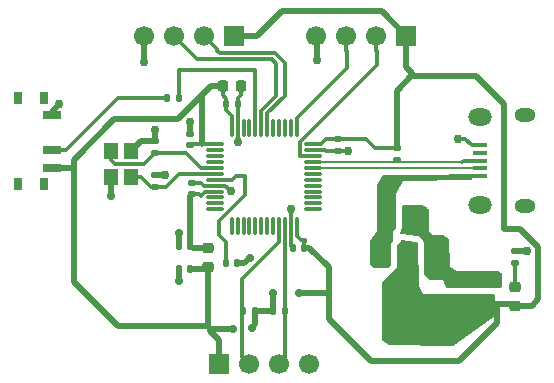
<source format=gbr>
%TF.GenerationSoftware,KiCad,Pcbnew,9.0.1*%
%TF.CreationDate,2025-04-26T12:53:08+02:00*%
%TF.ProjectId,stm32_board,73746d33-325f-4626-9f61-72642e6b6963,rev?*%
%TF.SameCoordinates,Original*%
%TF.FileFunction,Copper,L1,Top*%
%TF.FilePolarity,Positive*%
%FSLAX46Y46*%
G04 Gerber Fmt 4.6, Leading zero omitted, Abs format (unit mm)*
G04 Created by KiCad (PCBNEW 9.0.1) date 2025-04-26 12:53:08*
%MOMM*%
%LPD*%
G01*
G04 APERTURE LIST*
G04 Aperture macros list*
%AMRoundRect*
0 Rectangle with rounded corners*
0 $1 Rounding radius*
0 $2 $3 $4 $5 $6 $7 $8 $9 X,Y pos of 4 corners*
0 Add a 4 corners polygon primitive as box body*
4,1,4,$2,$3,$4,$5,$6,$7,$8,$9,$2,$3,0*
0 Add four circle primitives for the rounded corners*
1,1,$1+$1,$2,$3*
1,1,$1+$1,$4,$5*
1,1,$1+$1,$6,$7*
1,1,$1+$1,$8,$9*
0 Add four rect primitives between the rounded corners*
20,1,$1+$1,$2,$3,$4,$5,0*
20,1,$1+$1,$4,$5,$6,$7,0*
20,1,$1+$1,$6,$7,$8,$9,0*
20,1,$1+$1,$8,$9,$2,$3,0*%
G04 Aperture macros list end*
%TA.AperFunction,SMDPad,CuDef*%
%ADD10RoundRect,0.140000X-0.170000X0.140000X-0.170000X-0.140000X0.170000X-0.140000X0.170000X0.140000X0*%
%TD*%
%TA.AperFunction,SMDPad,CuDef*%
%ADD11R,1.300000X0.450000*%
%TD*%
%TA.AperFunction,HeatsinkPad*%
%ADD12O,1.800000X1.150000*%
%TD*%
%TA.AperFunction,HeatsinkPad*%
%ADD13O,2.000000X1.450000*%
%TD*%
%TA.AperFunction,SMDPad,CuDef*%
%ADD14RoundRect,0.140000X0.170000X-0.140000X0.170000X0.140000X-0.170000X0.140000X-0.170000X-0.140000X0*%
%TD*%
%TA.AperFunction,SMDPad,CuDef*%
%ADD15RoundRect,0.218750X-0.256250X0.218750X-0.256250X-0.218750X0.256250X-0.218750X0.256250X0.218750X0*%
%TD*%
%TA.AperFunction,SMDPad,CuDef*%
%ADD16RoundRect,0.135000X-0.185000X0.135000X-0.185000X-0.135000X0.185000X-0.135000X0.185000X0.135000X0*%
%TD*%
%TA.AperFunction,SMDPad,CuDef*%
%ADD17RoundRect,0.140000X0.140000X0.170000X-0.140000X0.170000X-0.140000X-0.170000X0.140000X-0.170000X0*%
%TD*%
%TA.AperFunction,SMDPad,CuDef*%
%ADD18RoundRect,0.075000X-0.662500X-0.075000X0.662500X-0.075000X0.662500X0.075000X-0.662500X0.075000X0*%
%TD*%
%TA.AperFunction,SMDPad,CuDef*%
%ADD19RoundRect,0.075000X-0.075000X-0.662500X0.075000X-0.662500X0.075000X0.662500X-0.075000X0.662500X0*%
%TD*%
%TA.AperFunction,SMDPad,CuDef*%
%ADD20RoundRect,0.135000X-0.135000X-0.185000X0.135000X-0.185000X0.135000X0.185000X-0.135000X0.185000X0*%
%TD*%
%TA.AperFunction,SMDPad,CuDef*%
%ADD21RoundRect,0.135000X0.185000X-0.135000X0.185000X0.135000X-0.185000X0.135000X-0.185000X-0.135000X0*%
%TD*%
%TA.AperFunction,ComponentPad*%
%ADD22R,1.700000X1.700000*%
%TD*%
%TA.AperFunction,ComponentPad*%
%ADD23C,1.700000*%
%TD*%
%TA.AperFunction,SMDPad,CuDef*%
%ADD24RoundRect,0.225000X-0.225000X-0.250000X0.225000X-0.250000X0.225000X0.250000X-0.225000X0.250000X0*%
%TD*%
%TA.AperFunction,SMDPad,CuDef*%
%ADD25RoundRect,0.250000X-0.250000X-0.475000X0.250000X-0.475000X0.250000X0.475000X-0.250000X0.475000X0*%
%TD*%
%TA.AperFunction,SMDPad,CuDef*%
%ADD26RoundRect,0.140000X-0.140000X-0.170000X0.140000X-0.170000X0.140000X0.170000X-0.140000X0.170000X0*%
%TD*%
%TA.AperFunction,SMDPad,CuDef*%
%ADD27RoundRect,0.375000X-0.375000X0.625000X-0.375000X-0.625000X0.375000X-0.625000X0.375000X0.625000X0*%
%TD*%
%TA.AperFunction,SMDPad,CuDef*%
%ADD28RoundRect,0.500000X-1.400000X0.500000X-1.400000X-0.500000X1.400000X-0.500000X1.400000X0.500000X0*%
%TD*%
%TA.AperFunction,SMDPad,CuDef*%
%ADD29R,0.800000X1.000000*%
%TD*%
%TA.AperFunction,SMDPad,CuDef*%
%ADD30R,1.500000X0.700000*%
%TD*%
%TA.AperFunction,SMDPad,CuDef*%
%ADD31R,1.200000X1.400000*%
%TD*%
%TA.AperFunction,SMDPad,CuDef*%
%ADD32RoundRect,0.135000X0.135000X0.185000X-0.135000X0.185000X-0.135000X-0.185000X0.135000X-0.185000X0*%
%TD*%
%TA.AperFunction,SMDPad,CuDef*%
%ADD33RoundRect,0.250000X0.475000X-0.250000X0.475000X0.250000X-0.475000X0.250000X-0.475000X-0.250000X0*%
%TD*%
%TA.AperFunction,ViaPad*%
%ADD34C,0.750000*%
%TD*%
%TA.AperFunction,ViaPad*%
%ADD35C,0.710000*%
%TD*%
%TA.AperFunction,ViaPad*%
%ADD36C,0.720000*%
%TD*%
%TA.AperFunction,ViaPad*%
%ADD37C,0.730000*%
%TD*%
%TA.AperFunction,Conductor*%
%ADD38C,0.300000*%
%TD*%
%TA.AperFunction,Conductor*%
%ADD39C,0.500000*%
%TD*%
%TA.AperFunction,Conductor*%
%ADD40C,0.200000*%
%TD*%
G04 APERTURE END LIST*
D10*
%TO.P,C2,1*%
%TO.N,+3.3V*%
X125000000Y-59000000D03*
%TO.P,C2,2*%
%TO.N,GND*%
X125000000Y-59960000D03*
%TD*%
D11*
%TO.P,USB,1,VBUS*%
%TO.N,VBUS*%
X137000000Y-62100000D03*
%TO.P,USB,2,D-*%
%TO.N,/USB_D-*%
X137000000Y-61450000D03*
%TO.P,USB,3,D+*%
%TO.N,/USB_D+*%
X137000000Y-60800000D03*
%TO.P,USB,4,ID*%
%TO.N,unconnected-(J1-ID-Pad4)*%
X137000000Y-60150000D03*
%TO.P,USB,5,GND*%
%TO.N,GND*%
X137000000Y-59500000D03*
D12*
%TO.P,USB,6,Shield*%
%TO.N,unconnected-(J1-Shield-Pad6)_2*%
X140850000Y-64675000D03*
D13*
%TO.N,unconnected-(J1-Shield-Pad6)_1*%
X137050000Y-64525000D03*
%TO.N,unconnected-(J1-Shield-Pad6)_3*%
X137050000Y-57075000D03*
D12*
%TO.N,unconnected-(J1-Shield-Pad6)*%
X140850000Y-56925000D03*
%TD*%
D14*
%TO.P,C5,1*%
%TO.N,+3.3VA*%
X112650000Y-63635000D03*
%TO.P,C5,2*%
%TO.N,GND*%
X112650000Y-62675000D03*
%TD*%
D15*
%TO.P,FB1,1*%
%TO.N,+3.3VA*%
X114000000Y-68212500D03*
%TO.P,FB1,2*%
%TO.N,+3.3V*%
X114000000Y-69787500D03*
%TD*%
D16*
%TO.P,R2,1*%
%TO.N,+3.3V*%
X129980000Y-59750000D03*
%TO.P,R2,2*%
%TO.N,/USB_D+*%
X129980000Y-60770000D03*
%TD*%
D17*
%TO.P,C3,1*%
%TO.N,+3.3V*%
X122140000Y-68170000D03*
%TO.P,C3,2*%
%TO.N,GND*%
X121180000Y-68170000D03*
%TD*%
D18*
%TO.P,U1,1,VBAT*%
%TO.N,+3.3V*%
X114587500Y-59412500D03*
%TO.P,U1,2,PC13*%
%TO.N,unconnected-(U1-PC13-Pad2)*%
X114587500Y-59912500D03*
%TO.P,U1,3,PC14*%
%TO.N,unconnected-(U1-PC14-Pad3)*%
X114587500Y-60412500D03*
%TO.P,U1,4,PC15*%
%TO.N,unconnected-(U1-PC15-Pad4)*%
X114587500Y-60912500D03*
%TO.P,U1,5,PD0*%
%TO.N,/HSE_IN*%
X114587500Y-61412500D03*
%TO.P,U1,6,PD1*%
%TO.N,/HSE_OUT*%
X114587500Y-61912500D03*
%TO.P,U1,7,NRST*%
%TO.N,/NRST*%
X114587500Y-62412500D03*
%TO.P,U1,8,VSSA*%
%TO.N,GND*%
X114587500Y-62912500D03*
%TO.P,U1,9,VDDA*%
%TO.N,+3.3VA*%
X114587500Y-63412500D03*
%TO.P,U1,10,PA0*%
%TO.N,unconnected-(U1-PA0-Pad10)*%
X114587500Y-63912500D03*
%TO.P,U1,11,PA1*%
%TO.N,unconnected-(U1-PA1-Pad11)*%
X114587500Y-64412500D03*
%TO.P,U1,12,PA2*%
%TO.N,unconnected-(U1-PA2-Pad12)*%
X114587500Y-64912500D03*
D19*
%TO.P,U1,13,PA3*%
%TO.N,unconnected-(U1-PA3-Pad13)*%
X116000000Y-66325000D03*
%TO.P,U1,14,PA4*%
%TO.N,unconnected-(U1-PA4-Pad14)*%
X116500000Y-66325000D03*
%TO.P,U1,15,PA5*%
%TO.N,unconnected-(U1-PA5-Pad15)*%
X117000000Y-66325000D03*
%TO.P,U1,16,PA6*%
%TO.N,unconnected-(U1-PA6-Pad16)*%
X117500000Y-66325000D03*
%TO.P,U1,17,PA7*%
%TO.N,unconnected-(U1-PA7-Pad17)*%
X118000000Y-66325000D03*
%TO.P,U1,18,PB0*%
%TO.N,unconnected-(U1-PB0-Pad18)*%
X118500000Y-66325000D03*
%TO.P,U1,19,PB1*%
%TO.N,unconnected-(U1-PB1-Pad19)*%
X119000000Y-66325000D03*
%TO.P,U1,20,PB2*%
%TO.N,unconnected-(U1-PB2-Pad20)*%
X119500000Y-66325000D03*
%TO.P,U1,21,PB10*%
%TO.N,/I2C2_SCL*%
X120000000Y-66325000D03*
%TO.P,U1,22,PB11*%
%TO.N,/I2C2_SDA*%
X120500000Y-66325000D03*
%TO.P,U1,23,VSS*%
%TO.N,GND*%
X121000000Y-66325000D03*
%TO.P,U1,24,VDD*%
%TO.N,+3.3V*%
X121500000Y-66325000D03*
D18*
%TO.P,U1,25,PB12*%
%TO.N,unconnected-(U1-PB12-Pad25)*%
X122912500Y-64912500D03*
%TO.P,U1,26,PB13*%
%TO.N,unconnected-(U1-PB13-Pad26)*%
X122912500Y-64412500D03*
%TO.P,U1,27,PB14*%
%TO.N,unconnected-(U1-PB14-Pad27)*%
X122912500Y-63912500D03*
%TO.P,U1,28,PB15*%
%TO.N,unconnected-(U1-PB15-Pad28)*%
X122912500Y-63412500D03*
%TO.P,U1,29,PA8*%
%TO.N,unconnected-(U1-PA8-Pad29)*%
X122912500Y-62912500D03*
%TO.P,U1,30,PA9*%
%TO.N,unconnected-(U1-PA9-Pad30)*%
X122912500Y-62412500D03*
%TO.P,U1,31,PA10*%
%TO.N,unconnected-(U1-PA10-Pad31)*%
X122912500Y-61912500D03*
%TO.P,U1,32,PA11*%
%TO.N,/USB_D-*%
X122912500Y-61412500D03*
%TO.P,U1,33,PA12*%
%TO.N,/USB_D+*%
X122912500Y-60912500D03*
%TO.P,U1,34,PA13*%
%TO.N,/SWDIO*%
X122912500Y-60412500D03*
%TO.P,U1,35,VSS*%
%TO.N,GND*%
X122912500Y-59912500D03*
%TO.P,U1,36,VDD*%
%TO.N,+3.3V*%
X122912500Y-59412500D03*
D19*
%TO.P,U1,37,PA14*%
%TO.N,/SWCLK*%
X121500000Y-58000000D03*
%TO.P,U1,38,PA15*%
%TO.N,unconnected-(U1-PA15-Pad38)*%
X121000000Y-58000000D03*
%TO.P,U1,39,PB3*%
%TO.N,unconnected-(U1-PB3-Pad39)*%
X120500000Y-58000000D03*
%TO.P,U1,40,PB4*%
%TO.N,unconnected-(U1-PB4-Pad40)*%
X120000000Y-58000000D03*
%TO.P,U1,41,PB5*%
%TO.N,unconnected-(U1-PB5-Pad41)*%
X119500000Y-58000000D03*
%TO.P,U1,42,PB6*%
%TO.N,/USART1_TX*%
X119000000Y-58000000D03*
%TO.P,U1,43,PB7*%
%TO.N,/USART1_RX*%
X118500000Y-58000000D03*
%TO.P,U1,44,BOOT0*%
%TO.N,/BOOT0*%
X118000000Y-58000000D03*
%TO.P,U1,45,PB8*%
%TO.N,unconnected-(U1-PB8-Pad45)*%
X117500000Y-58000000D03*
%TO.P,U1,46,PB9*%
%TO.N,unconnected-(U1-PB9-Pad46)*%
X117000000Y-58000000D03*
%TO.P,U1,47,VSS*%
%TO.N,GND*%
X116500000Y-58000000D03*
%TO.P,U1,48,VDD*%
%TO.N,+3.3V*%
X116000000Y-58000000D03*
%TD*%
D20*
%TO.P,R5,1*%
%TO.N,+3.3V*%
X119480000Y-73500000D03*
%TO.P,R5,2*%
%TO.N,/I2C2_SDA*%
X120500000Y-73500000D03*
%TD*%
%TO.P,R1,1*%
%TO.N,/SW_BOOT0*%
X110500000Y-55500000D03*
%TO.P,R1,2*%
%TO.N,/BOOT0*%
X111520000Y-55500000D03*
%TD*%
D21*
%TO.P,R3,1*%
%TO.N,/PWR_LED_K*%
X140000000Y-69500000D03*
%TO.P,R3,2*%
%TO.N,GND*%
X140000000Y-68480000D03*
%TD*%
D22*
%TO.P,UART,1,Pin_1*%
%TO.N,+3.3V*%
X116190000Y-50240000D03*
D23*
%TO.P,UART,2,Pin_2*%
%TO.N,/USART1_TX*%
X113650000Y-50240000D03*
%TO.P,UART,3,Pin_3*%
%TO.N,/USART1_RX*%
X111110000Y-50240000D03*
%TO.P,UART,4,Pin_4*%
%TO.N,GND*%
X108570000Y-50240000D03*
%TD*%
D24*
%TO.P,C4,1*%
%TO.N,+3.3V*%
X115225000Y-54500000D03*
%TO.P,C4,2*%
%TO.N,GND*%
X116775000Y-54500000D03*
%TD*%
D17*
%TO.P,C7,1*%
%TO.N,+3.3V*%
X112500000Y-70000000D03*
%TO.P,C7,2*%
%TO.N,GND*%
X111540000Y-70000000D03*
%TD*%
%TO.P,C6,1*%
%TO.N,+3.3VA*%
X112480000Y-68000000D03*
%TO.P,C6,2*%
%TO.N,GND*%
X111520000Y-68000000D03*
%TD*%
D25*
%TO.P,C11,1*%
%TO.N,VBUS*%
X129050000Y-65700000D03*
%TO.P,C11,2*%
%TO.N,GND*%
X130950000Y-65700000D03*
%TD*%
D26*
%TO.P,C1,1*%
%TO.N,+3.3V*%
X115540000Y-56000000D03*
%TO.P,C1,2*%
%TO.N,GND*%
X116500000Y-56000000D03*
%TD*%
D14*
%TO.P,C13,1*%
%TO.N,+3.3V*%
X112500000Y-59460000D03*
%TO.P,C13,2*%
%TO.N,GND*%
X112500000Y-58500000D03*
%TD*%
D15*
%TO.P,D1,1,K*%
%TO.N,/PWR_LED_K*%
X140000000Y-71500000D03*
%TO.P,D1,2,A*%
%TO.N,+3.3V*%
X140000000Y-73075000D03*
%TD*%
D27*
%TO.P,U2,1,GND*%
%TO.N,GND*%
X133300000Y-68700000D03*
%TO.P,U2,2,VO*%
%TO.N,+3.3V*%
X131000000Y-68700000D03*
D28*
X131000000Y-75000000D03*
D27*
%TO.P,U2,3,VI*%
%TO.N,VBUS*%
X128700000Y-68700000D03*
%TD*%
D22*
%TO.P,I2C,1,Pin_1*%
%TO.N,+3.3V*%
X114920000Y-78000000D03*
D23*
%TO.P,I2C,2,Pin_2*%
%TO.N,/I2C2_SCL*%
X117460000Y-78000000D03*
%TO.P,I2C,3,Pin_3*%
%TO.N,/I2C2_SDA*%
X120000000Y-78000000D03*
%TO.P,I2C,4,Pin_4*%
%TO.N,GND*%
X122540000Y-78000000D03*
%TD*%
D29*
%TO.P,BOOT,*%
%TO.N,*%
X100110000Y-55500000D03*
X97900000Y-55500000D03*
X100110000Y-62800000D03*
X97900000Y-62800000D03*
D30*
%TO.P,BOOT,1,A*%
%TO.N,GND*%
X100760000Y-56900000D03*
%TO.P,BOOT,2,B*%
%TO.N,/SW_BOOT0*%
X100760000Y-59900000D03*
%TO.P,BOOT,3,C*%
%TO.N,+3.3V*%
X100760000Y-61400000D03*
%TD*%
D31*
%TO.P,Y1,1,1*%
%TO.N,/HSE_IN*%
X105780000Y-60020000D03*
%TO.P,Y1,2,2*%
%TO.N,GND*%
X105780000Y-62220000D03*
%TO.P,Y1,3,3*%
%TO.N,/HSE_OUT*%
X107480000Y-62220000D03*
%TO.P,Y1,4,4*%
%TO.N,GND*%
X107480000Y-60020000D03*
%TD*%
D32*
%TO.P,R4,1*%
%TO.N,+3.3V*%
X118010000Y-73500000D03*
%TO.P,R4,2*%
%TO.N,/I2C2_SCL*%
X116990000Y-73500000D03*
%TD*%
D22*
%TO.P,SWD,1,Pin_1*%
%TO.N,+3.3V*%
X130790000Y-50250000D03*
D23*
%TO.P,SWD,2,Pin_2*%
%TO.N,/SWDIO*%
X128250000Y-50250000D03*
%TO.P,SWD,3,Pin_3*%
%TO.N,/SWCLK*%
X125710000Y-50250000D03*
%TO.P,SWD,4,Pin_4*%
%TO.N,GND*%
X123170000Y-50250000D03*
%TD*%
D33*
%TO.P,C12,1*%
%TO.N,+3.3V*%
X137000000Y-72900000D03*
%TO.P,C12,2*%
%TO.N,GND*%
X137000000Y-71000000D03*
%TD*%
D14*
%TO.P,C9,1*%
%TO.N,/HSE_IN*%
X109480000Y-60110000D03*
%TO.P,C9,2*%
%TO.N,GND*%
X109480000Y-59150000D03*
%TD*%
%TO.P,C10,1*%
%TO.N,/HSE_OUT*%
X109500000Y-63000000D03*
%TO.P,C10,2*%
%TO.N,GND*%
X109500000Y-62040000D03*
%TD*%
D26*
%TO.P,C8,1*%
%TO.N,/NRST*%
X115500000Y-69500000D03*
%TO.P,C8,2*%
%TO.N,GND*%
X116460000Y-69500000D03*
%TD*%
D34*
%TO.N,GND*%
X101360000Y-56040000D03*
D35*
X117540000Y-69010000D03*
D34*
X133760000Y-70430000D03*
X110330000Y-62030000D03*
X141000000Y-68480000D03*
X132240000Y-65020000D03*
X121010000Y-64930000D03*
X109480000Y-58220000D03*
X116500000Y-59250000D03*
X115920000Y-63360000D03*
D36*
X111530000Y-66940000D03*
D34*
X132200000Y-66380000D03*
X125830000Y-59970000D03*
X108580000Y-52430000D03*
X112490000Y-57550000D03*
X132880000Y-70430000D03*
D35*
X105740000Y-63790000D03*
D34*
X135170000Y-58960000D03*
D36*
X111560000Y-70980000D03*
D34*
X123180000Y-52310000D03*
X138410000Y-71050000D03*
D37*
%TO.N,+3.3V*%
X116100000Y-75010000D03*
D35*
X121660000Y-72010000D03*
D37*
X117690000Y-74980000D03*
D35*
X119480000Y-72020000D03*
%TD*%
D38*
%TO.N,GND*%
X116775000Y-55225000D02*
X116775000Y-54500000D01*
D39*
X112500000Y-57560000D02*
X112490000Y-57550000D01*
D38*
X137000000Y-59500000D02*
X136320000Y-59500000D01*
X124000000Y-60000000D02*
X124040000Y-59960000D01*
X121000000Y-66325000D02*
X121000000Y-67990000D01*
D39*
X111540000Y-70000000D02*
X111540000Y-70960000D01*
D38*
X114587500Y-62912500D02*
X113612500Y-62912500D01*
D39*
X108580000Y-50250000D02*
X108570000Y-50240000D01*
D38*
X115472500Y-62912500D02*
X115920000Y-63360000D01*
D39*
X100760000Y-56900000D02*
X100760000Y-56640000D01*
X110320000Y-62040000D02*
X110330000Y-62030000D01*
X116460000Y-69500000D02*
X117050000Y-69500000D01*
D38*
X116500000Y-55500000D02*
X116775000Y-55225000D01*
D39*
X111520000Y-66950000D02*
X111530000Y-66940000D01*
D38*
X124040000Y-59960000D02*
X125000000Y-59960000D01*
D39*
X117050000Y-69500000D02*
X117540000Y-69010000D01*
D38*
X136320000Y-59500000D02*
X135780000Y-58960000D01*
D39*
X100760000Y-56640000D02*
X101360000Y-56040000D01*
D38*
X113612500Y-62912500D02*
X113375000Y-62675000D01*
X113375000Y-62675000D02*
X112650000Y-62675000D01*
D39*
X109480000Y-59150000D02*
X109480000Y-58220000D01*
D38*
X122912500Y-59912500D02*
X123912500Y-59912500D01*
X121000000Y-64940000D02*
X121010000Y-64930000D01*
X121000000Y-67990000D02*
X121180000Y-68170000D01*
X114587500Y-62912500D02*
X115472500Y-62912500D01*
D39*
X111540000Y-70960000D02*
X111560000Y-70980000D01*
X105780000Y-63750000D02*
X105740000Y-63790000D01*
X109500000Y-62040000D02*
X110320000Y-62040000D01*
X109490000Y-58210000D02*
X109480000Y-58220000D01*
D38*
X125820000Y-59960000D02*
X125830000Y-59970000D01*
X116500000Y-58000000D02*
X116500000Y-59250000D01*
D39*
X105780000Y-62220000D02*
X105780000Y-63750000D01*
X108580000Y-52430000D02*
X108580000Y-50250000D01*
D38*
X116500000Y-58000000D02*
X116500000Y-56000000D01*
X125000000Y-59960000D02*
X125820000Y-59960000D01*
X121000000Y-66325000D02*
X121000000Y-64940000D01*
D39*
X108350000Y-59150000D02*
X109480000Y-59150000D01*
D38*
X135780000Y-58960000D02*
X135170000Y-58960000D01*
D39*
X111520000Y-68000000D02*
X111520000Y-66950000D01*
D38*
X116500000Y-56000000D02*
X116500000Y-55500000D01*
X123912500Y-59912500D02*
X124000000Y-60000000D01*
D39*
X123180000Y-52310000D02*
X123180000Y-50260000D01*
X123180000Y-50260000D02*
X123170000Y-50250000D01*
X112500000Y-58500000D02*
X112500000Y-57560000D01*
X107480000Y-60020000D02*
X108350000Y-59150000D01*
X140000000Y-68480000D02*
X141000000Y-68480000D01*
D38*
X116500000Y-56040000D02*
X116460000Y-56000000D01*
D39*
%TO.N,+3.3V*%
X102610000Y-61400000D02*
X100760000Y-61400000D01*
X113515000Y-55255000D02*
X113500000Y-55270000D01*
D38*
X115540000Y-56540000D02*
X115540000Y-56000000D01*
D39*
X112500000Y-70000000D02*
X113787500Y-70000000D01*
X141425000Y-73075000D02*
X141950000Y-72550000D01*
X116100000Y-75010000D02*
X114170000Y-75010000D01*
X114920000Y-75970000D02*
X114920000Y-78000000D01*
X124260000Y-72010000D02*
X124240000Y-71990000D01*
D38*
X114587500Y-59412500D02*
X113500000Y-59412500D01*
D39*
X139825000Y-72900000D02*
X140000000Y-73075000D01*
D38*
X121850000Y-67510000D02*
X122170000Y-67510000D01*
D39*
X138480000Y-72900000D02*
X139825000Y-72900000D01*
X122570000Y-68170000D02*
X122140000Y-68170000D01*
D38*
X113500000Y-59412500D02*
X112547500Y-59412500D01*
D39*
X114000000Y-74840000D02*
X114000000Y-69787500D01*
X113500000Y-55270000D02*
X113500000Y-59412500D01*
D38*
X116000000Y-58000000D02*
X116000000Y-57000000D01*
D39*
X111490000Y-57280000D02*
X113515000Y-55255000D01*
D38*
X122170000Y-67510000D02*
X122170000Y-67660000D01*
X115540000Y-55540000D02*
X115225000Y-55225000D01*
D39*
X140000000Y-73075000D02*
X141425000Y-73075000D01*
X119480000Y-72340000D02*
X119480000Y-73500000D01*
X139050000Y-55990000D02*
X136680000Y-53620000D01*
X102610000Y-60710000D02*
X106040000Y-57280000D01*
X114000000Y-74840000D02*
X106410000Y-74840000D01*
X121680000Y-71990000D02*
X121660000Y-72010000D01*
D38*
X123587500Y-59412500D02*
X124000000Y-59000000D01*
D39*
X127790000Y-77750000D02*
X124260000Y-74220000D01*
D38*
X116000000Y-57000000D02*
X115540000Y-56540000D01*
D39*
X135270000Y-77750000D02*
X127790000Y-77750000D01*
D38*
X128100000Y-59750000D02*
X129980000Y-59750000D01*
D39*
X102610000Y-61400000D02*
X102610000Y-60710000D01*
X139050000Y-66600000D02*
X139050000Y-55990000D01*
X138480000Y-72900000D02*
X138480000Y-74540000D01*
X119480000Y-73500000D02*
X118010000Y-73500000D01*
X114270000Y-54500000D02*
X115225000Y-54500000D01*
X141950000Y-68100000D02*
X140450000Y-66600000D01*
X113787500Y-70000000D02*
X114000000Y-69787500D01*
X124260000Y-72010000D02*
X124260000Y-69840000D01*
X116190000Y-50240000D02*
X118170000Y-50240000D01*
X129980000Y-54860000D02*
X129980000Y-59750000D01*
X124240000Y-71990000D02*
X121680000Y-71990000D01*
X114170000Y-75010000D02*
X114170000Y-75220000D01*
D38*
X122912500Y-59412500D02*
X123587500Y-59412500D01*
D39*
X113515000Y-55255000D02*
X114270000Y-54500000D01*
X102620000Y-71050000D02*
X102620000Y-61410000D01*
D38*
X125000000Y-59000000D02*
X127350000Y-59000000D01*
D39*
X130790000Y-52900000D02*
X130790000Y-50250000D01*
D38*
X122170000Y-67660000D02*
X122140000Y-67690000D01*
D39*
X124260000Y-74220000D02*
X124260000Y-72010000D01*
X131270000Y-53570000D02*
X129980000Y-54860000D01*
X137000000Y-72900000D02*
X138480000Y-72900000D01*
X136680000Y-53620000D02*
X131270000Y-53620000D01*
X124260000Y-69840000D02*
X124240000Y-69840000D01*
X141950000Y-72550000D02*
X141950000Y-68100000D01*
D38*
X115225000Y-55225000D02*
X115225000Y-54500000D01*
D39*
X118010000Y-74660000D02*
X117690000Y-74980000D01*
X120242010Y-48167990D02*
X128707990Y-48167990D01*
D38*
X121500000Y-66325000D02*
X121500000Y-67160000D01*
D39*
X128707990Y-48167990D02*
X130790000Y-50250000D01*
X102620000Y-61410000D02*
X102610000Y-61400000D01*
X118010000Y-73500000D02*
X118010000Y-74660000D01*
X124240000Y-69840000D02*
X122570000Y-68170000D01*
X118170000Y-50240000D02*
X120242010Y-48167990D01*
X131270000Y-53560000D02*
X131270000Y-53380000D01*
X131270000Y-53560000D02*
X131270000Y-53570000D01*
X140450000Y-66600000D02*
X139050000Y-66600000D01*
X106040000Y-57280000D02*
X111490000Y-57280000D01*
D38*
X124000000Y-59000000D02*
X125000000Y-59000000D01*
D39*
X114170000Y-75220000D02*
X114920000Y-75970000D01*
D38*
X112547500Y-59412500D02*
X112500000Y-59460000D01*
D39*
X131270000Y-53380000D02*
X130790000Y-52900000D01*
X106410000Y-74840000D02*
X102620000Y-71050000D01*
D38*
X122140000Y-67690000D02*
X122140000Y-68170000D01*
D39*
X114170000Y-75010000D02*
X114000000Y-74840000D01*
X131270000Y-53620000D02*
X131270000Y-53560000D01*
X138480000Y-74540000D02*
X135270000Y-77750000D01*
D38*
X121500000Y-67160000D02*
X121850000Y-67510000D01*
X127350000Y-59000000D02*
X128100000Y-59750000D01*
X115540000Y-56000000D02*
X115540000Y-55540000D01*
%TO.N,+3.3VA*%
X113712500Y-63412500D02*
X113375000Y-63750000D01*
D39*
X112480000Y-63805000D02*
X112650000Y-63635000D01*
D38*
X114587500Y-63412500D02*
X113712500Y-63412500D01*
X113260000Y-63635000D02*
X112650000Y-63635000D01*
X113375000Y-63750000D02*
X113260000Y-63635000D01*
D39*
X112480000Y-68000000D02*
X112480000Y-63805000D01*
X114000000Y-68212500D02*
X112692500Y-68212500D01*
X112692500Y-68212500D02*
X112480000Y-68000000D01*
D38*
%TO.N,/NRST*%
X117120000Y-62110000D02*
X117150000Y-62080000D01*
X116350000Y-62110000D02*
X117120000Y-62110000D01*
X114587500Y-62412500D02*
X116047500Y-62412500D01*
X115500000Y-67650000D02*
X115500000Y-69500000D01*
X114930000Y-67080000D02*
X115500000Y-67650000D01*
X116047500Y-62412500D02*
X116350000Y-62110000D01*
X117150000Y-63690000D02*
X114930000Y-65910000D01*
X114930000Y-65910000D02*
X114930000Y-67080000D01*
X117150000Y-62080000D02*
X117150000Y-63690000D01*
%TO.N,/HSE_IN*%
X112135000Y-60110000D02*
X109480000Y-60110000D01*
X106120000Y-61090000D02*
X105780000Y-60750000D01*
X113437500Y-61412500D02*
X112135000Y-60110000D01*
X114587500Y-61412500D02*
X113437500Y-61412500D01*
X109480000Y-60110000D02*
X108540000Y-61050000D01*
X108540000Y-61050000D02*
X108540000Y-61090000D01*
X108540000Y-61090000D02*
X106120000Y-61090000D01*
X105780000Y-60750000D02*
X105780000Y-60020000D01*
%TO.N,/HSE_OUT*%
X109500000Y-63000000D02*
X109140000Y-63000000D01*
X109140000Y-63000000D02*
X108360000Y-62220000D01*
X114587500Y-61912500D02*
X111547500Y-61912500D01*
X108360000Y-62220000D02*
X107480000Y-62220000D01*
X110460000Y-63000000D02*
X109500000Y-63000000D01*
X111547500Y-61912500D02*
X110460000Y-63000000D01*
%TO.N,VBUS*%
X137000000Y-62100000D02*
X134470000Y-62100000D01*
X134470000Y-62100000D02*
X134450000Y-62120000D01*
%TO.N,/PWR_LED_K*%
X140000000Y-71500000D02*
X140000000Y-69500000D01*
D40*
%TO.N,/USB_D-*%
X122912500Y-61412500D02*
X124018751Y-61412500D01*
X124018751Y-61412500D02*
X124043751Y-61387500D01*
X124043751Y-61387500D02*
X135500000Y-61387500D01*
X135500000Y-61387500D02*
X135562500Y-61450000D01*
X135562500Y-61450000D02*
X137000000Y-61450000D01*
D38*
%TO.N,/USB_D+*%
X137000000Y-60800000D02*
X135637500Y-60800000D01*
D40*
X124018751Y-60912500D02*
X124043751Y-60937500D01*
X124043751Y-60937500D02*
X135500000Y-60937500D01*
X122912500Y-60912500D02*
X124018751Y-60912500D01*
D38*
X135637500Y-60800000D02*
X135500000Y-60937500D01*
%TO.N,/SWCLK*%
X125730000Y-51500000D02*
X125710000Y-51480000D01*
X121500000Y-58000000D02*
X121500000Y-57200000D01*
X125710000Y-51480000D02*
X125710000Y-50250000D01*
X125730000Y-52970000D02*
X125730000Y-51500000D01*
X121500000Y-57200000D02*
X125730000Y-52970000D01*
%TO.N,/SWDIO*%
X122912500Y-60412500D02*
X121747500Y-60412500D01*
X128250000Y-51480000D02*
X128250000Y-50250000D01*
X121747500Y-60412500D02*
X121740000Y-60420000D01*
X121740000Y-59242966D02*
X128270000Y-52712966D01*
X128270000Y-52712966D02*
X128270000Y-51500000D01*
X128270000Y-51500000D02*
X128250000Y-51480000D01*
X121740000Y-60420000D02*
X121740000Y-59242966D01*
%TO.N,/USART1_RX*%
X119401000Y-52221000D02*
X113091000Y-52221000D01*
X119780000Y-55311480D02*
X119780000Y-52600000D01*
X118500000Y-57008520D02*
X118499000Y-57007520D01*
X118500000Y-58000000D02*
X118500000Y-57008520D01*
X119780000Y-52600000D02*
X119401000Y-52221000D01*
X118499000Y-56592480D02*
X119780000Y-55311480D01*
X118499000Y-57007520D02*
X118499000Y-56592480D01*
X113091000Y-52221000D02*
X111110000Y-50240000D01*
%TO.N,/USART1_TX*%
X114780000Y-51510000D02*
X114780000Y-51370000D01*
X119000000Y-58000000D02*
X119000000Y-56800000D01*
X120480000Y-55320000D02*
X120480000Y-52530000D01*
X120480000Y-52530000D02*
X119670000Y-51720000D01*
X114780000Y-51370000D02*
X113650000Y-50240000D01*
X114990000Y-51720000D02*
X114780000Y-51510000D01*
X119000000Y-56800000D02*
X120480000Y-55320000D01*
X119670000Y-51720000D02*
X114990000Y-51720000D01*
%TO.N,/I2C2_SDA*%
X120500000Y-66325000D02*
X120500000Y-77500000D01*
X120500000Y-77500000D02*
X120000000Y-78000000D01*
%TO.N,/I2C2_SCL*%
X120000000Y-67720000D02*
X116870000Y-70850000D01*
X120000000Y-66325000D02*
X120000000Y-67720000D01*
X116870000Y-77410000D02*
X117460000Y-78000000D01*
X116870000Y-70850000D02*
X116870000Y-77410000D01*
%TO.N,/BOOT0*%
X117990000Y-53110000D02*
X117970000Y-53090000D01*
X118000000Y-57217041D02*
X117990000Y-57207041D01*
X111570000Y-53090000D02*
X111570000Y-53270000D01*
X111520000Y-53320000D02*
X111520000Y-55500000D01*
X117990000Y-57207041D02*
X117990000Y-53110000D01*
X118000000Y-58000000D02*
X118000000Y-57217041D01*
X111570000Y-53270000D02*
X111520000Y-53320000D01*
X117970000Y-53090000D02*
X111570000Y-53090000D01*
%TO.N,/SW_BOOT0*%
X106390000Y-55500000D02*
X101990000Y-59900000D01*
X101990000Y-59900000D02*
X100760000Y-59900000D01*
X110500000Y-55500000D02*
X106390000Y-55500000D01*
%TD*%
%TA.AperFunction,Conductor*%
%TO.N,+3.3V*%
G36*
X131642038Y-67677749D02*
G01*
X131706429Y-67704866D01*
X131745938Y-67762492D01*
X131752033Y-67798637D01*
X131819999Y-71429998D01*
X131820000Y-71430000D01*
X132229999Y-72080000D01*
X132230000Y-72080000D01*
X138080964Y-72080000D01*
X138108556Y-72088102D01*
X138136851Y-72093308D01*
X138144496Y-72098655D01*
X138148003Y-72099685D01*
X138165773Y-72113537D01*
X138251742Y-72194133D01*
X138287186Y-72254345D01*
X138290914Y-72282434D01*
X138318861Y-73884741D01*
X138300349Y-73952113D01*
X138266848Y-73987881D01*
X134733756Y-76505941D01*
X134667738Y-76528820D01*
X134658562Y-76528921D01*
X129355240Y-76390917D01*
X129290512Y-76370680D01*
X129053766Y-76215570D01*
X128795499Y-76046361D01*
X128750210Y-75993156D01*
X128739458Y-75943652D01*
X128723183Y-73950000D01*
X128700433Y-71163085D01*
X128719570Y-71095889D01*
X128738114Y-71073049D01*
X130010000Y-69840000D01*
X129980696Y-68052459D01*
X129999279Y-67985106D01*
X130005471Y-67976038D01*
X130297389Y-67586814D01*
X130353358Y-67544995D01*
X130410564Y-67538007D01*
X131642038Y-67677749D01*
G37*
%TD.AperFunction*%
%TD*%
%TA.AperFunction,Conductor*%
%TO.N,GND*%
G36*
X132301617Y-64599685D02*
G01*
X132314671Y-64609337D01*
X132626097Y-64872851D01*
X132664559Y-64931182D01*
X132670000Y-64967511D01*
X132670000Y-66820000D01*
X133070000Y-67090000D01*
X133826642Y-67090000D01*
X133888855Y-67106736D01*
X134300808Y-67345669D01*
X134348923Y-67396332D01*
X134362511Y-67448381D01*
X134449999Y-69829998D01*
X134450000Y-69830000D01*
X135049998Y-70119999D01*
X135049997Y-70119999D01*
X135050000Y-70120000D01*
X138561581Y-70129891D01*
X138628563Y-70149765D01*
X138631629Y-70151813D01*
X138837598Y-70293861D01*
X138881610Y-70348126D01*
X138891178Y-70393643D01*
X138908992Y-71355586D01*
X138900233Y-71387597D01*
X138892434Y-71419823D01*
X138890871Y-71421812D01*
X138890552Y-71422979D01*
X138870632Y-71447578D01*
X138726054Y-71585584D01*
X138663969Y-71617634D01*
X138640157Y-71619888D01*
X138323352Y-71619178D01*
X138289118Y-71614278D01*
X138288942Y-71614227D01*
X138288721Y-71614163D01*
X138286944Y-71613641D01*
X138286943Y-71613641D01*
X138237664Y-71599168D01*
X138237665Y-71599164D01*
X138237593Y-71599150D01*
X138236978Y-71598969D01*
X138232427Y-71597534D01*
X138228319Y-71596151D01*
X138224464Y-71595153D01*
X138224311Y-71595109D01*
X138219124Y-71594363D01*
X138214349Y-71593581D01*
X138171732Y-71585741D01*
X138151208Y-71584599D01*
X138080965Y-71574500D01*
X138080964Y-71574500D01*
X134275950Y-71574500D01*
X134208911Y-71554815D01*
X134166322Y-71508446D01*
X134055023Y-71297881D01*
X133850000Y-70910000D01*
X133709827Y-70904902D01*
X132798709Y-70871771D01*
X132732429Y-70849663D01*
X132715534Y-70835534D01*
X132346121Y-70466121D01*
X132312636Y-70404798D01*
X132309803Y-70378921D01*
X132300000Y-67830000D01*
X132299999Y-67829999D01*
X132289702Y-67812294D01*
X132266482Y-67788059D01*
X132253093Y-67742473D01*
X132250496Y-67714583D01*
X132244401Y-67678438D01*
X132226502Y-67605686D01*
X132162859Y-67476647D01*
X132162852Y-67476638D01*
X132162850Y-67476633D01*
X132149322Y-67456902D01*
X132123737Y-67419585D01*
X132123380Y-67419058D01*
X132123353Y-67419023D01*
X132025926Y-67313137D01*
X131902622Y-67238991D01*
X131863295Y-67222430D01*
X131838232Y-67211875D01*
X131838229Y-67211874D01*
X131838224Y-67211872D01*
X131699043Y-67175473D01*
X131699027Y-67175470D01*
X130467564Y-67035730D01*
X130467560Y-67035730D01*
X130460717Y-67035759D01*
X130374184Y-67036130D01*
X130352172Y-67029768D01*
X130329337Y-67027941D01*
X130311540Y-67018026D01*
X130307061Y-67016732D01*
X130298504Y-67010764D01*
X130280070Y-66996719D01*
X130238675Y-66940433D01*
X130234282Y-66870701D01*
X130254935Y-66825154D01*
X130295532Y-66769335D01*
X130302352Y-66759723D01*
X130305658Y-66754947D01*
X130312313Y-66745088D01*
X130373486Y-66614860D01*
X130393890Y-66548036D01*
X130415896Y-66405850D01*
X130434210Y-64702667D01*
X130454614Y-64635843D01*
X130507907Y-64590658D01*
X130558203Y-64580000D01*
X132234578Y-64580000D01*
X132301617Y-64599685D01*
G37*
%TD.AperFunction*%
%TD*%
%TA.AperFunction,Conductor*%
%TO.N,VBUS*%
G36*
X135261945Y-61988489D02*
G01*
X135263620Y-61988049D01*
X135298399Y-61994057D01*
X135310813Y-61998086D01*
X135330716Y-62009577D01*
X135416438Y-62032546D01*
X135483442Y-62050500D01*
X135483443Y-62050500D01*
X135975165Y-62050500D01*
X136042204Y-62070185D01*
X136049476Y-62075233D01*
X136107668Y-62118795D01*
X136107671Y-62118797D01*
X136242514Y-62169090D01*
X136242517Y-62169091D01*
X136250509Y-62169950D01*
X136315059Y-62196683D01*
X136354910Y-62254073D01*
X136357408Y-62323898D01*
X136321759Y-62383989D01*
X136259281Y-62415268D01*
X136238828Y-62417229D01*
X130490001Y-62489999D01*
X130489999Y-62490000D01*
X129940000Y-63649998D01*
X129910425Y-66400415D01*
X129890021Y-66467239D01*
X129886715Y-66472015D01*
X129669999Y-66770000D01*
X129669999Y-66770001D01*
X129678409Y-67526897D01*
X129659471Y-67594151D01*
X129653618Y-67602673D01*
X129601094Y-67672706D01*
X129588007Y-67690986D01*
X129581810Y-67700062D01*
X129569604Y-67718816D01*
X129511985Y-67850661D01*
X129511985Y-67850662D01*
X129493404Y-67918007D01*
X129475263Y-68060750D01*
X129500099Y-69575734D01*
X129481516Y-69643087D01*
X129462428Y-69666796D01*
X129361468Y-69764673D01*
X129257950Y-69865030D01*
X129196117Y-69897560D01*
X129171640Y-69900000D01*
X128097342Y-69900000D01*
X128030303Y-69880315D01*
X128002862Y-69856308D01*
X127729014Y-69534134D01*
X127700594Y-69470306D01*
X127699502Y-69455204D01*
X127680446Y-67740142D01*
X127699384Y-67672888D01*
X127703165Y-67667212D01*
X127748764Y-67602673D01*
X128330000Y-66780000D01*
X128310178Y-62954517D01*
X128327681Y-62890358D01*
X128829856Y-62048477D01*
X128881105Y-62000987D01*
X128936350Y-61988000D01*
X135260118Y-61988000D01*
X135261945Y-61988489D01*
G37*
%TD.AperFunction*%
%TD*%
M02*

</source>
